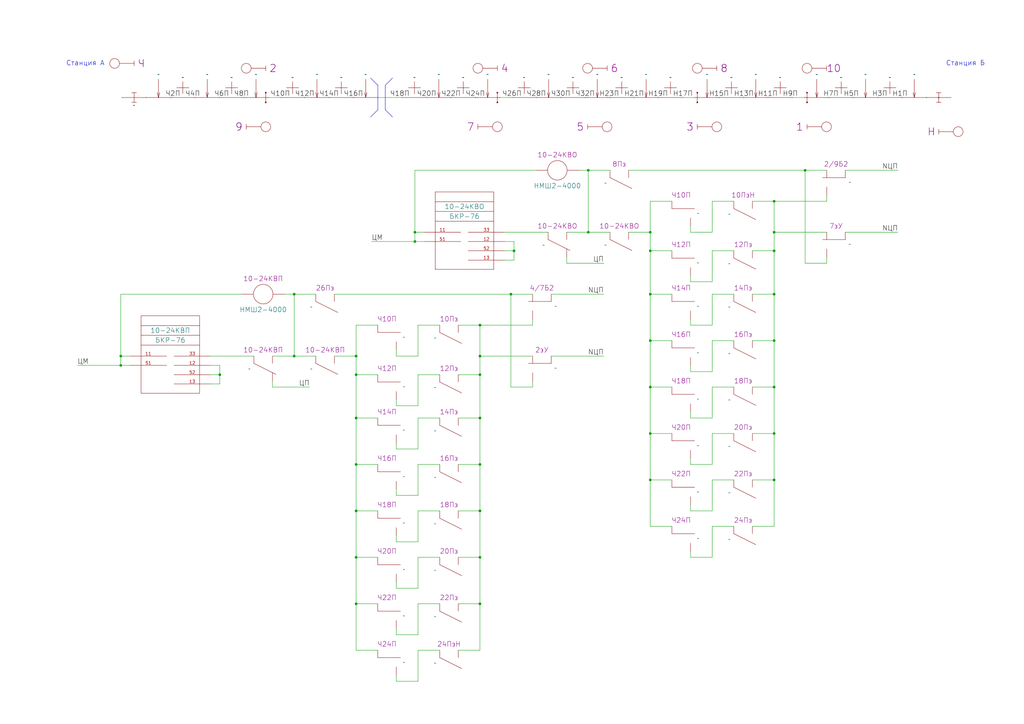
<source format=kicad_sch>
(kicad_sch (version 20231120) (generator "eeschema") (generator_version "8.0")
  (paper "A3")
  (title_block (title "Станция А") (company "МКТ РУТ (МИИТ)") (comment 1 "КП 27.02.03.03.000 ГЧ") (comment 2 "Сафранович") (comment 3 "Бузунова"))
  (lib_symbols
    (symbol "Blocks:КВ" (pin_names (offset 0) hide)
      (property "Reference" "КВ" (at 0 10.52 0))
      (property "Value" "БКР-76" (at 0 6.52 0))
      (symbol "КВ_0_1"
        (rectangle (start -12 16.52) (end 12 -15.24))
        (polyline (pts (xy 12 4.52) (xy -12 4.52)))
        (polyline (pts (xy 12 8.52) (xy -12 8.52)))
        (polyline (pts (xy 12 12.52) (xy -12 12.52)))
      )
      (symbol "КВ_1_1"
        (pin bidirectional line (at -16.51 0 0) (length 15) (name "") (number "11"))
        (pin bidirectional line (at 16.51 -3.81 180) (length 15) (name "") (number "12"))
        (pin bidirectional line (at 16.51 -11.43 180) (length 15) (name "") (number "13"))
        (pin bidirectional line (at 16.51 0 180) (length 15) (name "") (number "33"))
        (pin bidirectional line (at -16.51 -3.81 0) (length 15) (name "") (number "51"))
        (pin bidirectional line (at 16.51 -7.62 180) (length 15) (name "") (number "52"))
      )
    )
    (symbol "SCB:Генератор_Нитки"
      (symbol "Генератор_Нитки_0_1"
        (polyline (pts (xy 0 0) (xy -0.5 -2)))
        (polyline (pts (xy 0 0) (xy 0 -7.5)))
        (polyline (pts (xy 0 0) (xy 0.5 -2)))
        (polyline (pts (xy 5 0) (xy -5 0)))
      )
      (symbol "Генератор_Нитки_1_1"
        (pin unspecified line (at -5 0 0) (length 0) (name "") (number ""))
        (pin unspecified line (at 5 0 180) (length 0) (name "") (number ""))
      )
    )
    (symbol "SCB:Изостык" (pin_numbers hide) (pin_names (offset 0) hide)
      (symbol "Изостык_0_1"
        (polyline (pts (xy -1 -2) (xy 1 -2)))
        (polyline (pts (xy 0 -2) (xy 0 2)))
        (polyline (pts (xy 1 2) (xy -1 2)))
      )
      (symbol "Изостык_1_1"
        (pin unspecified line (at 0 0 90) (length 0) (name "привязка") (number ""))
      )
      (symbol "Изостык_2_1"
        (polyline (pts (xy -5 0) (xy 5 0)))
        (pin passive line (at 0 2 270) (length 0) (name "") (number ""))
        (pin unspecified line (at 5 0 180) (length 0) (name "") (number ""))
        (pin unspecified line (at -5 0 0) (length 0) (name "привязка") (number ""))
      )
    )
    (symbol "SCB:Приемник_Нитки"
      (symbol "Приемник_Нитки_0_1"
        (polyline (pts (xy -5 0) (xy 5 0)))
        (polyline (pts (xy 0 -1.5) (xy 0 -6.5)))
        (polyline (pts (xy 2.5 -4) (xy -2.5 -4)))
      )
      (symbol "Приемник_Нитки_1_1"
        (pin unspecified line (at -5 0 0) (length 0) (name "") (number ""))
        (pin unspecified line (at 5 0 180) (length 0) (name "") (number ""))
      )
    )
    (symbol "SCB:Светофор" (pin_numbers hide) (pin_names (offset 0) hide)
      (property "Литера" "?" (at 3 12 0))
      (symbol "Светофор_0_1"
        (circle (center -8 12) (radius 2))
        (polyline (pts (xy 0 11) (xy 0 13)))
        (polyline (pts (xy 0 12) (xy -6 12)))
      )
      (symbol "Светофор_1_1"
        (pin unspecified line (at 0 0 90) (length 0) (name "привязка") (number ""))
      )
    )
    (symbol "SCB:УКСПС" (pin_numbers hide) (pin_names (offset 0) hide)
      (property "Литера" "?УКСПС" (at 0 6 0))
      (symbol "УКСПС_0_1"
        (polyline (pts (xy 0 -2) (xy 0 2)))
      )
      (symbol "УКСПС_1_1"
        (circle (center 0 -2) (radius 0.25) (fill (type outline)))
        (circle (center 0 2) (radius 0.25) (fill (type outline)))
        (pin unspecified line (at 0 0 90) (length 0) (name "привязка") (number ""))
      )
      (symbol "УКСПС_2_1"
        (circle (center 0 -2) (radius 0.25) (fill (type outline)))
        (polyline (pts (xy -1.5 2.5) (xy -5.5 2.5)))
        (polyline (pts (xy -5.5 2.5) (xy -4 3) (xy -4 2) (xy -5.5 2.5)) (fill (type outline)))
        (circle (center 0 2) (radius 0.25) (fill (type outline)))
        (pin unspecified line (at 0 0 90) (length 0) (name "привязка") (number ""))
      )
    )
    (symbol "SCB_Relay:Контакт_нейтрального_якоря" (pin_numbers hide) (pin_names hide)
      (property "Обозначение реле" "Н" (at 0 2.54 0))
      (symbol "Контакт_нейтрального_якоря_0_1"
        (polyline (pts (xy -3.81 -3) (xy 5.19 -7.5)))
        (pin bidirectional line (at -3.81 0 270) (length 3) (name "") (number "1"))
      )
      (symbol "Контакт_нейтрального_якоря_1_1"
        (pin bidirectional line (at 3.81 0 270) (length 3) (name "") (number "2"))
        (pin bidirectional line (at 3.81 -10.16 90) (length 3.3) (name "") (number "3"))
      )
      (symbol "Контакт_нейтрального_якоря_2_1"
        (pin bidirectional line (at 3.81 -10.16 90) (length 3.3) (name "") (number "3"))
      )
      (symbol "Контакт_нейтрального_якоря_3_1"
        (pin bidirectional line (at 3.81 0 270) (length 3) (name "") (number "2"))
      )
      (symbol "Контакт_нейтрального_якоря_4_1"
        (polyline (pts (xy 3.81 -10.16) (xy 7.62 -10.16)))
        (polyline (pts (xy 3.81 -8.89) (xy 5.715 -10.16)))
        (polyline (pts (xy 3.81 -6.858) (xy 3.81 -10.16)))
        (polyline (pts (xy 3.81 -1.27) (xy 5.715 0)))
        (polyline (pts (xy 3.81 0) (xy 3.81 -3)))
        (polyline (pts (xy 3.81 0) (xy 7.62 0)))
        (pin bidirectional line (at -3.81 0 270) (length 3) (name "") (number "1"))
        (pin bidirectional line (at 8.89 0 180) (length 2) (name "") (number "2"))
        (pin bidirectional line (at 8.89 -10.16 180) (length 2) (name "") (number "3"))
      )
      (symbol "Контакт_нейтрального_якоря_5_1"
        (polyline (pts (xy 3.81 -1.27) (xy 5.715 0)))
        (polyline (pts (xy 3.81 0) (xy 3.81 -3)))
        (polyline (pts (xy 3.81 0) (xy 7.62 0)))
        (pin bidirectional line (at 8.89 0 180) (length 2) (name "") (number "2"))
      )
      (symbol "Контакт_нейтрального_якоря_6_1"
        (polyline (pts (xy 3.81 -8.89) (xy 5.715 -10.16)))
        (polyline (pts (xy 3.81 -6.858) (xy 3.81 -10.16) (xy 6.985 -10.16)))
        (pin bidirectional line (at 8.89 -10.16 180) (length 2) (name "") (number "3"))
      )
      (symbol "Контакт_нейтрального_якоря_7_1"
        (polyline (pts (xy 11.43 0) (xy 3.81 0) (xy 3.81 -3)))
        (polyline (pts (xy 3.81 0) (xy 5.5 1) (xy 8.5 -1) (xy 10 0)))
        (pin bidirectional line (at 12.7 0 180) (length 2) (name "") (number "2"))
        (pin bidirectional line (at 3.81 -10.16 90) (length 3.3) (name "") (number "3"))
      )
      (symbol "Контакт_нейтрального_якоря_8_1"
        (arc (start 5 -8.5) (mid 6.0355 -6) (end 5 -3.5))
        (pin bidirectional line (at 3.81 0 270) (length 3) (name "") (number "2"))
        (pin bidirectional line (at 3.81 -10.16 90) (length 3.3) (name "") (number "3"))
      )
    )
    (symbol "SCB_Relay:Контакт_нейтрального_якоря_НЗ" (pin_numbers hide) (pin_names hide)
      (property "Обозначение реле" "Н" (at 0 2.54 0))
      (symbol "Контакт_нейтрального_якоря_НЗ_0_1"
        (polyline (pts (xy -3.81 -3) (xy 5.5 -3)))
        (pin bidirectional line (at -3.81 0 270) (length 3) (name "") (number "1"))
      )
      (symbol "Контакт_нейтрального_якоря_НЗ_1_1"
        (pin bidirectional line (at 3.81 0 270) (length 3) (name "") (number "2"))
        (pin bidirectional line (at 3.81 -10.16 90) (length 3.3) (name "") (number "3"))
      )
      (symbol "Контакт_нейтрального_якоря_НЗ_2_1"
        (pin bidirectional line (at 3.81 -10.16 90) (length 3.3) (name "") (number "3"))
      )
      (symbol "Контакт_нейтрального_якоря_НЗ_3_1"
        (pin bidirectional line (at 3.81 0 270) (length 3) (name "") (number "2"))
      )
      (symbol "Контакт_нейтрального_якоря_НЗ_4_1"
        (polyline (pts (xy 3.81 -10.16) (xy 7.62 -10.16)))
        (polyline (pts (xy 3.81 -8.89) (xy 5.715 -10.16)))
        (polyline (pts (xy 3.81 -6.858) (xy 3.81 -10.16)))
        (polyline (pts (xy 3.81 -1.27) (xy 5.715 0)))
        (polyline (pts (xy 3.81 0) (xy 3.81 -3)))
        (polyline (pts (xy 3.81 0) (xy 7.62 0)))
        (pin bidirectional line (at -3.81 0 270) (length 3) (name "") (number "1"))
        (pin bidirectional line (at 8.89 0 180) (length 2) (name "") (number "2"))
        (pin bidirectional line (at 8.89 -10.16 180) (length 2) (name "") (number "3"))
      )
      (symbol "Контакт_нейтрального_якоря_НЗ_5_1"
        (polyline (pts (xy 3.81 -1.27) (xy 5.715 0)))
        (polyline (pts (xy 3.81 0) (xy 3.81 -3)))
        (polyline (pts (xy 3.81 0) (xy 7.62 0)))
        (pin bidirectional line (at 8.89 0 180) (length 2) (name "") (number "2"))
      )
      (symbol "Контакт_нейтрального_якоря_НЗ_6_1"
        (polyline (pts (xy 3.81 -8.89) (xy 5.715 -10.16)))
        (polyline (pts (xy 3.81 -6.858) (xy 3.81 -10.16) (xy 6.985 -10.16)))
        (pin bidirectional line (at 8.89 -10.16 180) (length 2) (name "") (number "3"))
      )
      (symbol "Контакт_нейтрального_якоря_НЗ_7_1"
        (polyline (pts (xy 11.43 0) (xy 3.81 0) (xy 3.81 -3)))
        (polyline (pts (xy 3.81 0) (xy 5.5 1) (xy 8.5 -1) (xy 10 0)))
        (pin bidirectional line (at 12.7 0 180) (length 2) (name "") (number "2"))
        (pin bidirectional line (at 3.81 -10.16 90) (length 3.3) (name "") (number "3"))
      )
      (symbol "Контакт_нейтрального_якоря_НЗ_8_1"
        (arc (start 5 -8.5) (mid 6.0355 -6) (end 5 -3.5))
        (pin bidirectional line (at 3.81 0 270) (length 3) (name "") (number "2"))
        (pin bidirectional line (at 3.81 -10.16 90) (length 3.3) (name "") (number "3"))
      )
    )
    (symbol "SCB_Relay:Нейтральное" (pin_numbers hide) (pin_names (offset 0.002) hide)
      (property "Value" "НМШ" (at 0 -6.35 0))
      (property "Обозначение реле" "Н" (at 0 6.35 0))
      (symbol "Нейтральное_0_1"
        (circle (center 0 0) (radius 4))
      )
      (symbol "Нейтральное_1_1"
        (pin power_in line (at -8.89 0 0) (length 4.8) (name "") (number "1"))
        (pin power_in line (at 8.89 0 180) (length 4.8) (name "") (number "4"))
      )
      (symbol "Нейтральное_2_1"
        (pin power_in line (at -8.89 0 0) (length 4.8) (name "") (number "1"))
        (pin power_in line (at -8.89 -1.905 0) (length 5.3) (name "") (number "2"))
        (pin power_in line (at 8.89 0 180) (length 4.8) (name "") (number "3"))
        (pin power_in line (at 8.89 -1.905 180) (length 5.3) (name "") (number "4"))
      )
    )
    (symbol "Контакт_нейтрального_якоря_НЗ_1" (pin_numbers hide) (pin_names hide)
      (property "Обозначение реле" "Н" (at 0 2.54 0))
      (symbol "Контакт_нейтрального_якоря_НЗ_1_0_1"
        (polyline (pts (xy -3.81 -3) (xy 5.5 -3)))
        (pin bidirectional line (at -3.81 0 270) (length 3) (name "") (number "1"))
      )
      (symbol "Контакт_нейтрального_якоря_НЗ_1_1_1"
        (pin bidirectional line (at 3.81 0 270) (length 3) (name "") (number "2"))
        (pin bidirectional line (at 3.81 -10.16 90) (length 3.3) (name "") (number "3"))
      )
      (symbol "Контакт_нейтрального_якоря_НЗ_1_2_1"
        (pin bidirectional line (at 3.81 -10.16 90) (length 3.3) (name "") (number "3"))
      )
      (symbol "Контакт_нейтрального_якоря_НЗ_1_3_1"
        (pin bidirectional line (at 3.81 0 270) (length 3) (name "") (number "2"))
      )
      (symbol "Контакт_нейтрального_якоря_НЗ_1_4_1"
        (polyline (pts (xy 3.81 -10.16) (xy 7.62 -10.16)))
        (polyline (pts (xy 3.81 -8.89) (xy 5.715 -10.16)))
        (polyline (pts (xy 3.81 -6.858) (xy 3.81 -10.16)))
        (polyline (pts (xy 3.81 -1.27) (xy 5.715 0)))
        (polyline (pts (xy 3.81 0) (xy 3.81 -3)))
        (polyline (pts (xy 3.81 0) (xy 7.62 0)))
        (pin bidirectional line (at -3.81 0 270) (length 3) (name "") (number "1"))
        (pin bidirectional line (at 8.89 0 180) (length 2) (name "") (number "2"))
        (pin bidirectional line (at 8.89 -10.16 180) (length 2) (name "") (number "3"))
      )
      (symbol "Контакт_нейтрального_якоря_НЗ_1_5_1"
        (polyline (pts (xy 3.81 -1.27) (xy 5.715 0)))
        (polyline (pts (xy 3.81 0) (xy 3.81 -3)))
        (polyline (pts (xy 3.81 0) (xy 7.62 0)))
        (pin bidirectional line (at 8.89 0 180) (length 2) (name "") (number "2"))
      )
      (symbol "Контакт_нейтрального_якоря_НЗ_1_6_1"
        (polyline (pts (xy 3.81 -8.89) (xy 5.715 -10.16)))
        (polyline (pts (xy 3.81 -6.858) (xy 3.81 -10.16) (xy 6.985 -10.16)))
        (pin bidirectional line (at 8.89 -10.16 180) (length 2) (name "") (number "3"))
      )
      (symbol "Контакт_нейтрального_якоря_НЗ_1_7_1"
        (polyline (pts (xy 11.43 0) (xy 3.81 0) (xy 3.81 -3)))
        (polyline (pts (xy 3.81 0) (xy 5.5 1) (xy 8.5 -1) (xy 10 0)))
        (pin bidirectional line (at 12.7 0 180) (length 2) (name "") (number "2"))
        (pin bidirectional line (at 3.81 -10.16 90) (length 3.3) (name "") (number "3"))
      )
      (symbol "Контакт_нейтрального_якоря_НЗ_1_8_1"
        (arc (start 5 -8.5) (mid 6.0355 -6) (end 5 -3.5))
        (pin bidirectional line (at 3.81 0 270) (length 3) (name "") (number "2"))
        (pin bidirectional line (at 3.81 -10.16 90) (length 3.3) (name "") (number "3"))
      )
    )
  )
  (junction (at 266.7 196.85))
  (junction (at 266.7 139.7))
  (junction (at 196.85 190.5))
  (junction (at 90.17 153.67))
  (junction (at 196.85 171.45))
  (junction (at 241.3 95.25))
  (junction (at 317.5 139.7))
  (junction (at 146.05 228.6))
  (junction (at 196.85 133.35))
  (junction (at 210.82 102.87))
  (junction (at 266.7 177.8))
  (junction (at 49.53 149.86))
  (junction (at 196.85 146.05))
  (junction (at 170.18 95.25))
  (junction (at 266.7 158.75))
  (junction (at 146.05 153.67))
  (junction (at 317.5 95.25))
  (junction (at 317.5 158.75))
  (junction (at 146.05 209.55))
  (junction (at 146.05 190.5))
  (junction (at 209.55 120.65))
  (junction (at 146.05 247.65))
  (junction (at 120.65 146.05))
  (junction (at 330.2 69.85))
  (junction (at 317.5 196.85))
  (junction (at 146.05 171.45))
  (junction (at 196.85 228.6))
  (junction (at 170.18 99.06))
  (junction (at 196.85 153.67))
  (junction (at 317.5 177.8))
  (junction (at 146.05 146.05))
  (junction (at 196.85 247.65))
  (junction (at 317.5 82.55))
  (junction (at 49.53 146.05))
  (junction (at 266.7 102.87))
  (junction (at 196.85 209.55))
  (junction (at 120.65 120.65))
  (junction (at 266.7 120.65))
  (junction (at 241.3 69.85))
  (junction (at 317.5 102.87))
  (junction (at 266.7 95.25))
  (junction (at 317.5 120.65))
  (wire (pts (xy 196.85 247.65) (xy 196.85 266.7)))
  (wire (pts (xy 162.56 219.71) (xy 162.56 222.25)))
  (wire (pts (xy 111.76 158.75) (xy 127 158.75)))
  (wire (pts (xy 162.56 203.2) (xy 171.45 203.2)))
  (wire (pts (xy 162.56 241.3) (xy 171.45 241.3)))
  (wire (pts (xy 283.21 226.06) (xy 283.21 228.6)))
  (wire (pts (xy 266.7 102.87) (xy 275.59 102.87)))
  (wire (pts (xy 232.41 105.41) (xy 232.41 107.95)))
  (wire (pts (xy 266.7 177.8) (xy 275.59 177.8)))
  (wire (pts (xy 283.21 130.81) (xy 283.21 133.35)))
  (wire (pts (xy 187.96 247.65) (xy 196.85 247.65)))
  (wire (pts (xy 266.7 120.65) (xy 275.59 120.65)))
  (wire (pts (xy 317.5 82.55) (xy 339.09 82.55)))
  (wire (pts (xy 292.1 133.35) (xy 292.1 120.65)))
  (polyline (pts (xy 152 48) (xy 155 45)))
  (wire (pts (xy 283.21 152.4) (xy 292.1 152.4)))
  (wire (pts (xy 317.5 82.55) (xy 317.5 95.25)))
  (wire (pts (xy 292.1 139.7) (xy 300.99 139.7)))
  (wire (pts (xy 308.61 102.87) (xy 317.5 102.87)))
  (wire (pts (xy 171.45 228.6) (xy 180.34 228.6)))
  (wire (pts (xy 171.45 190.5) (xy 180.34 190.5)))
  (wire (pts (xy 283.21 207.01) (xy 283.21 209.55)))
  (wire (pts (xy 162.56 257.81) (xy 162.56 260.35)))
  (wire (pts (xy 241.3 69.85) (xy 250.19 69.85)))
  (wire (pts (xy 292.1 102.87) (xy 300.99 102.87)))
  (wire (pts (xy 162.56 166.37) (xy 171.45 166.37)))
  (wire (pts (xy 171.45 222.25) (xy 171.45 209.55)))
  (wire (pts (xy 232.41 107.95) (xy 247.65 107.95)))
  (wire (pts (xy 292.1 190.5) (xy 292.1 177.8)))
  (wire (pts (xy 209.55 120.65) (xy 218.44 120.65)))
  (wire (pts (xy 171.45 166.37) (xy 171.45 153.67)))
  (wire (pts (xy 266.7 215.9) (xy 275.59 215.9)))
  (wire (pts (xy 171.45 279.4) (xy 171.45 266.7)))
  (wire (pts (xy 196.85 228.6) (xy 196.85 247.65)))
  (wire (pts (xy 90.17 149.86) (xy 90.17 153.67)))
  (wire (pts (xy 292.1 228.6) (xy 292.1 215.9)))
  (wire (pts (xy 266.7 82.55) (xy 275.59 82.55)))
  (wire (pts (xy 339.09 107.95) (xy 330.2 107.95)))
  (wire (pts (xy 317.5 120.65) (xy 317.5 139.7)))
  (wire (pts (xy 86.36 153.67) (xy 90.17 153.67)))
  (wire (pts (xy 207.01 95.25) (xy 224.79 95.25)))
  (wire (pts (xy 146.05 190.5) (xy 154.94 190.5)))
  (wire (pts (xy 266.7 139.7) (xy 275.59 139.7)))
  (wire (pts (xy 339.09 80.01) (xy 339.09 82.55)))
  (wire (pts (xy 171.45 146.05) (xy 171.45 133.35)))
  (wire (pts (xy 308.61 158.75) (xy 317.5 158.75)))
  (wire (pts (xy 146.05 228.6) (xy 154.94 228.6)))
  (wire (pts (xy 283.21 133.35) (xy 292.1 133.35)))
  (wire (pts (xy 49.53 146.05) (xy 49.53 120.65)))
  (wire (pts (xy 283.21 190.5) (xy 292.1 190.5)))
  (wire (pts (xy 187.96 209.55) (xy 196.85 209.55)))
  (wire (pts (xy 226.06 146.05) (xy 247.65 146.05)))
  (wire (pts (xy 137.16 120.65) (xy 209.55 120.65)))
  (wire (pts (xy 308.61 82.55) (xy 317.5 82.55)))
  (wire (pts (xy 53.34 149.86) (xy 49.53 149.86)))
  (wire (pts (xy 339.09 105.41) (xy 339.09 107.95)))
  (wire (pts (xy 241.3 69.85) (xy 237.49 69.85)))
  (wire (pts (xy 171.45 266.7) (xy 180.34 266.7)))
  (wire (pts (xy 171.45 203.2) (xy 171.45 190.5)))
  (wire (pts (xy 317.5 158.75) (xy 317.5 177.8)))
  (wire (pts (xy 146.05 133.35) (xy 154.94 133.35)))
  (wire (pts (xy 266.7 95.25) (xy 266.7 82.55)))
  (wire (pts (xy 317.5 95.25) (xy 317.5 102.87)))
  (wire (pts (xy 283.21 228.6) (xy 292.1 228.6)))
  (wire (pts (xy 218.44 130.81) (xy 218.44 133.35)))
  (wire (pts (xy 171.45 247.65) (xy 180.34 247.65)))
  (wire (pts (xy 283.21 171.45) (xy 292.1 171.45)))
  (wire (pts (xy 31.75 149.86) (xy 49.53 149.86)))
  (wire (pts (xy 111.76 146.05) (xy 120.65 146.05)))
  (wire (pts (xy 317.5 102.87) (xy 317.5 120.65)))
  (wire (pts (xy 162.56 260.35) (xy 171.45 260.35)))
  (wire (pts (xy 170.18 99.06) (xy 170.18 95.25)))
  (wire (pts (xy 257.81 69.85) (xy 330.2 69.85)))
  (wire (pts (xy 241.3 95.25) (xy 250.19 95.25)))
  (wire (pts (xy 207.01 106.68) (xy 210.82 106.68)))
  (polyline (pts (xy 158 45) (xy 161 48)))
  (wire (pts (xy 292.1 215.9) (xy 300.99 215.9)))
  (wire (pts (xy 292.1 152.4) (xy 292.1 139.7)))
  (wire (pts (xy 346.71 69.85) (xy 368.3 69.85)))
  (wire (pts (xy 346.71 95.25) (xy 368.3 95.25)))
  (wire (pts (xy 120.65 146.05) (xy 120.65 120.65)))
  (wire (pts (xy 49.53 149.86) (xy 49.53 146.05)))
  (wire (pts (xy 162.56 222.25) (xy 171.45 222.25)))
  (wire (pts (xy 162.56 181.61) (xy 162.56 184.15)))
  (wire (pts (xy 266.7 196.85) (xy 275.59 196.85)))
  (wire (pts (xy 86.36 149.86) (xy 90.17 149.86)))
  (wire (pts (xy 330.2 69.85) (xy 339.09 69.85)))
  (wire (pts (xy 187.96 153.67) (xy 196.85 153.67)))
  (wire (pts (xy 49.53 120.65) (xy 99.06 120.65)))
  (wire (pts (xy 209.55 158.75) (xy 209.55 120.65)))
  (wire (pts (xy 196.85 146.05) (xy 196.85 153.67)))
  (wire (pts (xy 218.44 158.75) (xy 209.55 158.75)))
  (wire (pts (xy 283.21 115.57) (xy 292.1 115.57)))
  (polyline (pts (xy 161 32) (xy 158 35)))
  (wire (pts (xy 292.1 95.25) (xy 292.1 82.55)))
  (wire (pts (xy 162.56 184.15) (xy 171.45 184.15)))
  (wire (pts (xy 110 40) (xy 115 40)))
  (wire (pts (xy 111.76 156.21) (xy 111.76 158.75)))
  (wire (pts (xy 241.3 95.25) (xy 241.3 69.85)))
  (wire (pts (xy 170.18 95.25) (xy 170.18 69.85)))
  (wire (pts (xy 86.36 157.48) (xy 90.17 157.48)))
  (wire (pts (xy 120.65 120.65) (xy 116.84 120.65)))
  (wire (pts (xy 171.45 171.45) (xy 180.34 171.45)))
  (wire (pts (xy 187.96 228.6) (xy 196.85 228.6)))
  (wire (pts (xy 86.36 146.05) (xy 104.14 146.05)))
  (wire (pts (xy 266.7 158.75) (xy 266.7 177.8)))
  (wire (pts (xy 257.81 95.25) (xy 266.7 95.25)))
  (wire (pts (xy 325 40) (xy 330 40)))
  (wire (pts (xy 146.05 247.65) (xy 146.05 266.7)))
  (wire (pts (xy 330.2 107.95) (xy 330.2 69.85)))
  (wire (pts (xy 146.05 153.67) (xy 154.94 153.67)))
  (wire (pts (xy 162.56 163.83) (xy 162.56 166.37)))
  (wire (pts (xy 292.1 115.57) (xy 292.1 102.87)))
  (wire (pts (xy 317.5 196.85) (xy 317.5 215.9)))
  (wire (pts (xy 283.21 149.86) (xy 283.21 152.4)))
  (wire (pts (xy 266.7 196.85) (xy 266.7 215.9)))
  (wire (pts (xy 266.7 139.7) (xy 266.7 158.75)))
  (wire (pts (xy 146.05 266.7) (xy 154.94 266.7)))
  (wire (pts (xy 292.1 158.75) (xy 300.99 158.75)))
  (polyline (pts (xy 152 32) (xy 155 35)))
  (wire (pts (xy 308.61 139.7) (xy 317.5 139.7)))
  (wire (pts (xy 266.7 120.65) (xy 266.7 139.7)))
  (wire (pts (xy 196.85 171.45) (xy 196.85 190.5)))
  (wire (pts (xy 170.18 95.25) (xy 173.99 95.25)))
  (wire (pts (xy 218.44 146.05) (xy 196.85 146.05)))
  (wire (pts (xy 146.05 247.65) (xy 154.94 247.65)))
  (wire (pts (xy 308.61 120.65) (xy 317.5 120.65)))
  (wire (pts (xy 196.85 133.35) (xy 218.44 133.35)))
  (wire (pts (xy 210.82 99.06) (xy 210.82 102.87)))
  (wire (pts (xy 162.56 276.86) (xy 162.56 279.4)))
  (wire (pts (xy 205 40) (xy 210 40)))
  (wire (pts (xy 187.96 171.45) (xy 196.85 171.45)))
  (wire (pts (xy 162.56 143.51) (xy 162.56 146.05)))
  (wire (pts (xy 283.21 168.91) (xy 283.21 171.45)))
  (wire (pts (xy 196.85 209.55) (xy 196.85 228.6)))
  (wire (pts (xy 155 40) (xy 165 40)))
  (wire (pts (xy 292.1 209.55) (xy 292.1 196.85)))
  (wire (pts (xy 137.16 146.05) (xy 146.05 146.05)))
  (wire (pts (xy 187.96 266.7) (xy 196.85 266.7)))
  (wire (pts (xy 120.65 146.05) (xy 129.54 146.05)))
  (wire (pts (xy 308.61 215.9) (xy 317.5 215.9)))
  (wire (pts (xy 171.45 133.35) (xy 180.34 133.35)))
  (wire (pts (xy 187.96 133.35) (xy 196.85 133.35)))
  (wire (pts (xy 171.45 153.67) (xy 180.34 153.67)))
  (wire (pts (xy 317.5 139.7) (xy 317.5 158.75)))
  (wire (pts (xy 146.05 153.67) (xy 146.05 171.45)))
  (wire (pts (xy 308.61 196.85) (xy 317.5 196.85)))
  (wire (pts (xy 196.85 190.5) (xy 196.85 209.55)))
  (wire (pts (xy 292.1 177.8) (xy 300.99 177.8)))
  (wire (pts (xy 283.21 92.71) (xy 283.21 95.25)))
  (wire (pts (xy 210.82 102.87) (xy 210.82 106.68)))
  (wire (pts (xy 266.7 102.87) (xy 266.7 120.65)))
  (polyline (pts (xy 155 35) (xy 155 45)))
  (wire (pts (xy 280 40) (xy 285 40)))
  (wire (pts (xy 218.44 156.21) (xy 218.44 158.75)))
  (wire (pts (xy 49.53 146.05) (xy 53.34 146.05)))
  (wire (pts (xy 226.06 120.65) (xy 247.65 120.65)))
  (wire (pts (xy 162.56 146.05) (xy 171.45 146.05)))
  (wire (pts (xy 187.96 190.5) (xy 196.85 190.5)))
  (wire (pts (xy 170.18 69.85) (xy 219.71 69.85)))
  (wire (pts (xy 171.45 241.3) (xy 171.45 228.6)))
  (wire (pts (xy 266.7 158.75) (xy 275.59 158.75)))
  (wire (pts (xy 90.17 153.67) (xy 90.17 157.48)))
  (wire (pts (xy 283.21 113.03) (xy 283.21 115.57)))
  (wire (pts (xy 207.01 99.06) (xy 210.82 99.06)))
  (wire (pts (xy 292.1 120.65) (xy 300.99 120.65)))
  (wire (pts (xy 146.05 171.45) (xy 146.05 190.5)))
  (wire (pts (xy 266.7 95.25) (xy 266.7 102.87)))
  (wire (pts (xy 146.05 190.5) (xy 146.05 209.55)))
  (wire (pts (xy 196.85 133.35) (xy 196.85 146.05)))
  (wire (pts (xy 120.65 120.65) (xy 129.54 120.65)))
  (wire (pts (xy 232.41 95.25) (xy 241.3 95.25)))
  (wire (pts (xy 146.05 228.6) (xy 146.05 247.65)))
  (wire (pts (xy 173.99 99.06) (xy 170.18 99.06)))
  (wire (pts (xy 146.05 209.55) (xy 154.94 209.55)))
  (wire (pts (xy 196.85 153.67) (xy 196.85 171.45)))
  (wire (pts (xy 266.7 177.8) (xy 266.7 196.85)))
  (wire (pts (xy 162.56 200.66) (xy 162.56 203.2)))
  (wire (pts (xy 308.61 177.8) (xy 317.5 177.8)))
  (wire (pts (xy 162.56 238.76) (xy 162.56 241.3)))
  (wire (pts (xy 171.45 184.15) (xy 171.45 171.45)))
  (wire (pts (xy 162.56 279.4) (xy 171.45 279.4)))
  (wire (pts (xy 152.4 99.06) (xy 170.18 99.06)))
  (wire (pts (xy 171.45 209.55) (xy 180.34 209.55)))
  (wire (pts (xy 146.05 209.55) (xy 146.05 228.6)))
  (wire (pts (xy 292.1 196.85) (xy 300.99 196.85)))
  (wire (pts (xy 171.45 260.35) (xy 171.45 247.65)))
  (wire (pts (xy 146.05 146.05) (xy 146.05 133.35)))
  (wire (pts (xy 146.05 146.05) (xy 146.05 153.67)))
  (wire (pts (xy 283.21 95.25) (xy 292.1 95.25)))
  (wire (pts (xy 207.01 102.87) (xy 210.82 102.87)))
  (wire (pts (xy 317.5 177.8) (xy 317.5 196.85)))
  (wire (pts (xy 339.09 95.25) (xy 317.5 95.25)))
  (wire (pts (xy 292.1 82.55) (xy 300.99 82.55)))
  (polyline (pts (xy 158 35) (xy 158 45)))
  (wire (pts (xy 283.21 209.55) (xy 292.1 209.55)))
  (wire (pts (xy 283.21 187.96) (xy 283.21 190.5)))
  (wire (pts (xy 146.05 171.45) (xy 154.94 171.45)))
  (wire (pts (xy 292.1 171.45) (xy 292.1 158.75)))
  (text "Станция Б" (at 396 26 0) (effects (font (size 2 2))))
  (text "Станция А" (at 35 26 0) (effects (font (size 2 2))))
  (label "Ч8П" (at 96 40 0) (effects (font (size 2 2))) (property "Netclass" "Рельсы" (effects (hide yes))))
  (label "ЦП" (at 247.65 107.95 180) (effects (font (size 2 2))) (property "Netclass" "Цепь" (effects (hide yes))))
  (label "Ч30П" (at 234 40 180) (effects (font (size 2 2))) (property "Netclass" "Рельсы" (effects (hide yes))))
  (label "Ч28П" (at 216 40 0) (effects (font (size 2 2))) (property "Netclass" "Рельсы" (effects (hide yes))))
  (label "Ч6П" (at 94 40 180) (effects (font (size 2 2))) (property "Netclass" "Рельсы" (effects (hide yes))))
  (label "Н1П" (at 366 40 0) (effects (font (size 2 2))) (property "Netclass" "Рельсы" (effects (hide yes))))
  (label "Ч12П" (at 121 40 0) (effects (font (size 2 2))) (property "Netclass" "Рельсы" (effects (hide yes))))
  (label "Ч18П" (at 168 40 180) (effects (font (size 2 2))) (property "Netclass" "Рельсы" (effects (hide yes))))
  (label "Н9П" (at 321 40 0) (effects (font (size 2 2))) (property "Netclass" "Рельсы" (effects (hide yes))))
  (label "Ч32П" (at 236 40 0) (effects (font (size 2 2))) (property "Netclass" "Рельсы" (effects (hide yes))))
  (label "Ч10П" (at 119 40 180) (effects (font (size 2 2))) (property "Netclass" "Рельсы" (effects (hide yes))))
  (label "Н5П" (at 346 40 0) (effects (font (size 2 2))) (property "Netclass" "Рельсы" (effects (hide yes))))
  (label "ЦМ" (at 152.4 99.06 0) (effects (font (size 2 2))) (property "Netclass" "Цепь" (effects (hide yes))))
  (label "Ч2П" (at 74 40 180) (effects (font (size 2 2))) (property "Netclass" "Рельсы" (effects (hide yes))))
  (label "Н17П" (at 276 40 0) (effects (font (size 2 2))) (property "Netclass" "Рельсы" (effects (hide yes))))
  (label "Н3П" (at 364 40 180) (effects (font (size 2 2))) (property "Netclass" "Рельсы" (effects (hide yes))))
  (label "NЦП" (at 247.65 120.65 180) (effects (font (size 2 2))) (property "Netclass" "Цепь" (effects (hide yes))))
  (label "Ч20П" (at 171 40 0) (effects (font (size 2 2))) (property "Netclass" "Рельсы" (effects (hide yes))))
  (label "Н23П" (at 254 40 180) (effects (font (size 2 2))) (property "Netclass" "Рельсы" (effects (hide yes))))
  (label "Ч26П" (at 214 40 180) (effects (font (size 2 2))) (property "Netclass" "Рельсы" (effects (hide yes))))
  (label "Ч14П" (at 139 40 180) (effects (font (size 2 2))) (property "Netclass" "Рельсы" (effects (hide yes))))
  (label "Н15П" (at 299 40 180) (effects (font (size 2 2))) (property "Netclass" "Рельсы" (effects (hide yes))))
  (label "NЦП" (at 368.3 69.85 180) (effects (font (size 2 2))) (property "Netclass" "Цепь" (effects (hide yes))))
  (label "Ч24П" (at 191 40 0) (effects (font (size 2 2))) (property "Netclass" "Рельсы" (effects (hide yes))))
  (label "NЦП" (at 368.3 95.25 180) (effects (font (size 2 2))) (property "Netclass" "Цепь" (effects (hide yes))))
  (label "Н13П" (at 301 40 0) (effects (font (size 2 2))) (property "Netclass" "Рельсы" (effects (hide yes))))
  (label "Ч4П" (at 76 40 0) (effects (font (size 2 2))) (property "Netclass" "Рельсы" (effects (hide yes))))
  (label "Н7П" (at 344 40 180) (effects (font (size 2 2))) (property "Netclass" "Рельсы" (effects (hide yes))))
  (label "NЦП" (at 247.65 146.05 180) (effects (font (size 2 2))) (property "Netclass" "Цепь" (effects (hide yes))))
  (label "ЦП" (at 127 158.75 180) (effects (font (size 2 2))) (property "Netclass" "Цепь" (effects (hide yes))))
  (label "Н21П" (at 256 40 0) (effects (font (size 2 2))) (property "Netclass" "Рельсы" (effects (hide yes))))
  (label "Ч22П" (at 189 40 180) (effects (font (size 2 2))) (property "Netclass" "Рельсы" (effects (hide yes))))
  (label "Ч16П" (at 141 40 0) (effects (font (size 2 2))) (property "Netclass" "Рельсы" (effects (hide yes))))
  (label "ЦМ" (at 31.75 149.86 0) (effects (font (size 2 2))) (property "Netclass" "Цепь" (effects (hide yes))))
  (label "Н19П" (at 274 40 180) (effects (font (size 2 2))) (property "Netclass" "Рельсы" (effects (hide yes))))
  (label "Н11П" (at 319 40 180) (effects (font (size 2 2))) (property "Netclass" "Рельсы" (effects (hide yes))))
  (symbol (lib_id "SCB:Изостык") (at 55 40 0) (unit 2)
    (property "Reference" "И1111" (effects (hide yes)))
    (property "Value" "~" (at 55 43.18 0))
  )
  (symbol (lib_id "SCB:Генератор_Нитки") (at 105 40 180) (unit 1)
    (property "Reference" "Генератор11111211" (effects (hide yes)))
    (property "Value" "~" (at 105 30.48 0))
  )
  (symbol (lib_name "Контакт_нейтрального_якоря_НЗ_1") (lib_id "SCB_Relay:Контакт_нейтрального_якоря_НЗ") (at 279.4 120.65 0) (unit 2)
    (property "Reference" "Н11111" (effects (hide yes)))
    (property "Value" "~" (at 285.75 125.58 0) (effects (justify left)))
    (property "Обозначение реле" "Ч14П" (at 279.4 118.11 0) (effects (font (size 2 2))))
  )
  (symbol (lib_id "SCB:УКСПС") (at 204 40 0) (unit 1)
    (property "Reference" "УКСПС1121" (effects (hide yes)))
    (property "Литера" "?УКСПС" (effects (hide yes)))
  )
  (symbol (lib_id "SCB_Relay:Контакт_нейтрального_якоря_НЗ") (at 222.25 146.05 0) (mirror y) (unit 1)
    (property "Reference" "Н111" (effects (hide yes)))
    (property "Value" "~" (at 227.33 150.98 0) (effects (justify right)))
    (property "Обозначение реле" "2зУ" (at 222.25 143.51 0) (effects (font (size 2 2))))
  )
  (symbol (lib_id "SCB:Светофор") (at 385 42 180) (unit 1)
    (property "Reference" "Светофор11311" (effects (hide yes)))
    (property "Литера" "Н" (at 382 54 0) (effects (font (size 3 3))))
  )
  (symbol (lib_name "Контакт_нейтрального_якоря_НЗ_1") (lib_id "SCB_Relay:Контакт_нейтрального_якоря_НЗ") (at 158.75 266.7 0) (unit 2)
    (property "Reference" "Н11111" (effects (hide yes)))
    (property "Value" "~" (at 165.1 271.63 0) (effects (justify left)))
    (property "Обозначение реле" "Ч24П" (at 158.75 264.16 0) (effects (font (size 2 2))))
  )
  (symbol (lib_id "SCB:Приемник_Нитки") (at 120 40 180) (unit 1)
    (property "Reference" "Приемник11111111" (effects (hide yes)))
    (property "Value" "~" (at 120 31.75 0))
  )
  (symbol (lib_id "SCB_Relay:Контакт_нейтрального_якоря") (at 184.15 171.45 0) (unit 3)
    (property "Reference" "Н11111" (effects (hide yes)))
    (property "Value" "~" (at 179.07 176.7 0) (effects (justify right)))
    (property "Обозначение реле" "14Пз" (at 184.15 168.91 0) (effects (font (size 2 2))))
  )
  (symbol (lib_id "Blocks:КВ") (at 190.5 95.25 0) (unit 1)
    (property "Reference" "10-24КВО" (at 190.5 84.73 0) (effects (font (size 2 2))))
    (property "Value" "БКР-76" (at 190.5 88.73 0) (effects (font (size 2 2))))
  )
  (symbol (lib_name "Контакт_нейтрального_якоря_НЗ_1") (lib_id "SCB_Relay:Контакт_нейтрального_якоря_НЗ") (at 279.4 196.85 0) (unit 2)
    (property "Reference" "Н111112" (effects (hide yes)))
    (property "Value" "~" (at 285.75 201.78 0) (effects (justify left)))
    (property "Обозначение реле" "Ч22П" (at 279.4 194.31 0) (effects (font (size 2 2))))
  )
  (symbol (lib_id "SCB_Relay:Контакт_нейтрального_якоря") (at 107.95 146.05 0) (unit 1)
    (property "Reference" "Н1411" (effects (hide yes)))
    (property "Value" "~" (at 102.87 151.3 0) (effects (justify right)))
    (property "Обозначение реле" "10-24КВП" (at 107.95 143.51 0) (effects (font (size 2 2))))
  )
  (symbol (lib_id "SCB:Приемник_Нитки") (at 95 40 180) (unit 1)
    (property "Reference" "Приемник111211" (effects (hide yes)))
    (property "Value" "~" (at 95 31.75 0))
  )
  (symbol (lib_id "SCB:Приемник_Нитки") (at 235 40 180) (unit 1)
    (property "Reference" "Приемник11111411" (effects (hide yes)))
    (property "Value" "~" (at 235 31.75 0))
  )
  (symbol (lib_name "Контакт_нейтрального_якоря_НЗ_1") (lib_id "SCB_Relay:Контакт_нейтрального_якоря_НЗ") (at 279.4 177.8 0) (unit 2)
    (property "Reference" "Н111112" (effects (hide yes)))
    (property "Value" "~" (at 285.75 182.73 0) (effects (justify left)))
    (property "Обозначение реле" "Ч20П" (at 279.4 175.26 0) (effects (font (size 2 2))))
  )
  (symbol (lib_id "SCB:Приемник_Нитки") (at 75 40 180) (unit 1)
    (property "Reference" "Приемник111111" (effects (hide yes)))
    (property "Value" "~" (at 75 31.75 0))
  )
  (symbol (lib_id "SCB:Приемник_Нитки") (at 300 40 180) (unit 1)
    (property "Reference" "Приемник11111711" (effects (hide yes)))
    (property "Value" "~" (at 300 31.75 0))
  )
  (symbol (lib_id "SCB:Генератор_Нитки") (at 85 40 180) (unit 1)
    (property "Reference" "Генератор11111111" (effects (hide yes)))
    (property "Value" "~" (at 85 30.48 0))
  )
  (symbol (lib_id "SCB:Генератор_Нитки") (at 290 40 180) (unit 1)
    (property "Reference" "Генератор111111611" (effects (hide yes)))
    (property "Value" "~" (at 290 30.48 0))
  )
  (symbol (lib_name "Контакт_нейтрального_якоря_НЗ_1") (lib_id "SCB_Relay:Контакт_нейтрального_якоря_НЗ") (at 158.75 190.5 0) (unit 2)
    (property "Reference" "Н1111" (effects (hide yes)))
    (property "Value" "~" (at 165.1 195.43 0) (effects (justify left)))
    (property "Обозначение реле" "Ч16П" (at 158.75 187.96 0) (effects (font (size 2 2))))
  )
  (symbol (lib_id "SCB_Relay:Контакт_нейтрального_якоря") (at 133.35 146.05 0) (unit 3)
    (property "Reference" "Н111" (effects (hide yes)))
    (property "Value" "~" (at 128.27 151.3 0) (effects (justify right)))
    (property "Обозначение реле" "10-24КВП" (at 133.35 143.51 0) (effects (font (size 2 2))))
  )
  (symbol (lib_id "SCB_Relay:Контакт_нейтрального_якоря") (at 254 69.85 0) (unit 3)
    (property "Reference" "Н1111" (effects (hide yes)))
    (property "Value" "~" (at 248.92 75.1 0) (effects (justify right)))
    (property "Обозначение реле" "8Пз" (at 254 67.31 0) (effects (font (size 2 2))))
  )
  (symbol (lib_id "SCB_Relay:Нейтральное") (at 228.6 69.85 0) (unit 1)
    (property "Reference" "2-8КВП1" (effects (hide yes)))
    (property "Value" "НМШ2-4000" (at 228.6 76.2 0) (effects (font (size 2 2))))
    (property "Обозначение реле" "10-24КВО" (at 228.6 63.5 0) (effects (font (size 2 2))))
  )
  (symbol (lib_id "SCB_Relay:Контакт_нейтрального_якоря_НЗ") (at 342.9 69.85 0) (mirror y) (unit 1)
    (property "Reference" "Н111" (effects (hide yes)))
    (property "Value" "~" (at 347.98 74.78 0) (effects (justify right)))
    (property "Обозначение реле" "2/9Б2" (at 342.9 67.31 0) (effects (font (size 2 2))))
  )
  (symbol (lib_id "SCB:Приемник_Нитки") (at 140 40 180) (unit 1)
    (property "Reference" "Приемник111111111" (effects (hide yes)))
    (property "Value" "~" (at 140 31.75 0))
  )
  (symbol (lib_id "SCB:Генератор_Нитки") (at 200 40 180) (unit 1)
    (property "Reference" "Генератор111111211" (effects (hide yes)))
    (property "Value" "~" (at 200 30.48 0))
  )
  (symbol (lib_id "SCB_Relay:Контакт_нейтрального_якоря") (at 304.8 120.65 0) (unit 3)
    (property "Reference" "Н111114" (effects (hide yes)))
    (property "Value" "~" (at 299.72 125.9 0) (effects (justify right)))
    (property "Обозначение реле" "14Пз" (at 304.8 118.11 0) (effects (font (size 2 2))))
  )
  (symbol (lib_id "SCB_Relay:Контакт_нейтрального_якоря") (at 304.8 158.75 0) (unit 3)
    (property "Reference" "Н1111111" (effects (hide yes)))
    (property "Value" "~" (at 299.72 164 0) (effects (justify right)))
    (property "Обозначение реле" "18Пз" (at 304.8 156.21 0) (effects (font (size 2 2))))
  )
  (symbol (lib_name "Контакт_нейтрального_якоря_НЗ_1") (lib_id "SCB_Relay:Контакт_нейтрального_якоря_НЗ") (at 279.4 102.87 0) (unit 2)
    (property "Reference" "Н11111" (effects (hide yes)))
    (property "Value" "~" (at 285.75 107.8 0) (effects (justify left)))
    (property "Обозначение реле" "Ч12П" (at 279.4 100.33 0) (effects (font (size 2 2))))
  )
  (symbol (lib_name "Контакт_нейтрального_якоря_НЗ_1") (lib_id "SCB_Relay:Контакт_нейтрального_якоря_НЗ") (at 279.4 215.9 0) (unit 2)
    (property "Reference" "Н111113" (effects (hide yes)))
    (property "Value" "~" (at 285.75 220.83 0) (effects (justify left)))
    (property "Обозначение реле" "Ч24П" (at 279.4 213.36 0) (effects (font (size 2 2))))
  )
  (symbol (lib_id "SCB:Приемник_Нитки") (at 170 40 180) (unit 1)
    (property "Reference" "Приемник11111211" (effects (hide yes)))
    (property "Value" "~" (at 170 31.75 0))
  )
  (symbol (lib_id "SCB:Светофор") (at 109 40 0) (unit 1)
    (property "Reference" "Светофор1311" (effects (hide yes)))
    (property "Литера" "2" (at 112 28 0) (effects (font (size 3 3))))
  )
  (symbol (lib_id "SCB_Relay:Нейтральное") (at 107.95 120.65 0) (unit 1)
    (property "Reference" "2-8КВП" (effects (hide yes)))
    (property "Value" "НМШ2-4000" (at 107.95 127 0) (effects (font (size 2 2))))
    (property "Обозначение реле" "10-24КВП" (at 107.95 114.3 0) (effects (font (size 2 2))))
  )
  (symbol (lib_id "SCB_Relay:Контакт_нейтрального_якоря") (at 228.6 95.25 0) (unit 1)
    (property "Reference" "Н14111" (effects (hide yes)))
    (property "Value" "~" (at 223.52 100.5 0) (effects (justify right)))
    (property "Обозначение реле" "10-24КВО" (at 228.6 92.71 0) (effects (font (size 2 2))))
  )
  (symbol (lib_id "SCB:УКСПС") (at 286 40 0) (unit 1)
    (property "Reference" "УКСПС1211" (effects (hide yes)))
    (property "Литера" "?УКСПС" (effects (hide yes)))
  )
  (symbol (lib_id "SCB:Генератор_Нитки") (at 245 40 180) (unit 1)
    (property "Reference" "Генератор111111411" (effects (hide yes)))
    (property "Value" "~" (at 245 30.48 0))
  )
  (symbol (lib_id "SCB:Генератор_Нитки") (at 130 40 180) (unit 1)
    (property "Reference" "Генератор1111111111" (effects (hide yes)))
    (property "Value" "~" (at 130 30.48 0))
  )
  (symbol (lib_id "Blocks:КВ") (at 69.85 146.05 0) (unit 1)
    (property "Reference" "10-24КВП" (at 69.85 135.53 0) (effects (font (size 2 2))))
    (property "Value" "БКР-76" (at 69.85 139.53 0) (effects (font (size 2 2))))
  )
  (symbol (lib_id "SCB:Светофор") (at 204 40 0) (unit 1)
    (property "Reference" "Светофор11211" (effects (hide yes)))
    (property "Литера" "4" (at 207 28 0) (effects (font (size 3 3))))
  )
  (symbol (lib_id "SCB:Изостык") (at 385 40 180) (unit 2)
    (property "Reference" "И11111" (effects (hide yes)))
    (property "Value" "~" (at 385 40 0))
  )
  (symbol (lib_id "SCB_Relay:Контакт_нейтрального_якоря") (at 304.8 215.9 0) (unit 3)
    (property "Reference" "Н1111113" (effects (hide yes)))
    (property "Value" "~" (at 299.72 221.15 0) (effects (justify right)))
    (property "Обозначение реле" "24Пз" (at 304.8 213.36 0) (effects (font (size 2 2))))
  )
  (symbol (lib_id "SCB:Светофор") (at 249 40 0) (unit 1)
    (property "Reference" "Светофор111211" (effects (hide yes)))
    (property "Литера" "6" (at 252 28 0) (effects (font (size 3 3))))
  )
  (symbol (lib_id "SCB:Генератор_Нитки") (at 180 40 180) (unit 1)
    (property "Reference" "Генератор1111111211" (effects (hide yes)))
    (property "Value" "~" (at 180 30.48 0))
  )
  (symbol (lib_id "SCB_Relay:Контакт_нейтрального_якоря") (at 184.15 133.35 0) (unit 3)
    (property "Reference" "Н1111" (effects (hide yes)))
    (property "Value" "~" (at 179.07 138.6 0) (effects (justify right)))
    (property "Обозначение реле" "10Пз" (at 184.15 130.81 0) (effects (font (size 2 2))))
  )
  (symbol (lib_name "Контакт_нейтрального_якоря_НЗ_1") (lib_id "SCB_Relay:Контакт_нейтрального_якоря_НЗ") (at 279.4 158.75 0) (unit 2)
    (property "Reference" "Н111111" (effects (hide yes)))
    (property "Value" "~" (at 285.75 163.68 0) (effects (justify left)))
    (property "Обозначение реле" "Ч18П" (at 279.4 156.21 0) (effects (font (size 2 2))))
  )
  (symbol (lib_id "SCB_Relay:Контакт_нейтрального_якоря_НЗ") (at 222.25 120.65 0) (mirror y) (unit 1)
    (property "Reference" "Н11" (effects (hide yes)))
    (property "Value" "~" (at 227.33 125.58 0) (effects (justify right)))
    (property "Обозначение реле" "4/7Б2" (at 222.25 118.11 0) (effects (font (size 2 2))))
  )
  (symbol (lib_id "SCB_Relay:Контакт_нейтрального_якоря") (at 133.35 120.65 0) (unit 3)
    (property "Reference" "Н111" (effects (hide yes)))
    (property "Value" "~" (at 128.27 125.9 0) (effects (justify right)))
    (property "Обозначение реле" "26Пз" (at 133.35 118.11 0) (effects (font (size 2 2))))
  )
  (symbol (lib_id "SCB:Светофор") (at 339 40 0) (unit 1)
    (property "Reference" "Светофор13111" (effects (hide yes)))
    (property "Литера" "10" (at 342 28 0) (effects (font (size 3 3))))
  )
  (symbol (lib_id "SCB:Генератор_Нитки") (at 225 40 180) (unit 1)
    (property "Reference" "Генератор111111311" (effects (hide yes)))
    (property "Value" "~" (at 225 30.48 0))
  )
  (symbol (lib_id "SCB_Relay:Контакт_нейтрального_якоря") (at 184.15 247.65 0) (unit 3)
    (property "Reference" "Н111111" (effects (hide yes)))
    (property "Value" "~" (at 179.07 252.9 0) (effects (justify right)))
    (property "Обозначение реле" "22Пз" (at 184.15 245.11 0) (effects (font (size 2 2))))
  )
  (symbol (lib_id "SCB:Генератор_Нитки") (at 265 40 180) (unit 1)
    (property "Reference" "Генератор111111511" (effects (hide yes)))
    (property "Value" "~" (at 265 30.48 0))
  )
  (symbol (lib_id "SCB:Светофор") (at 294 40 0) (unit 1)
    (property "Reference" "Светофор112111" (effects (hide yes)))
    (property "Литера" "8" (at 297 28 0) (effects (font (size 3 3))))
  )
  (symbol (lib_id "SCB_Relay:Контакт_нейтрального_якоря") (at 184.15 209.55 0) (unit 3)
    (property "Reference" "Н111111" (effects (hide yes)))
    (property "Value" "~" (at 179.07 214.8 0) (effects (justify right)))
    (property "Обозначение реле" "18Пз" (at 184.15 207.01 0) (effects (font (size 2 2))))
  )
  (symbol (lib_id "SCB_Relay:Контакт_нейтрального_якоря") (at 304.8 196.85 0) (unit 3)
    (property "Reference" "Н1111113" (effects (hide yes)))
    (property "Value" "~" (at 299.72 202.1 0) (effects (justify right)))
    (property "Обозначение реле" "22Пз" (at 304.8 194.31 0) (effects (font (size 2 2))))
  )
  (symbol (lib_id "SCB_Relay:Контакт_нейтрального_якоря") (at 304.8 102.87 0) (unit 3)
    (property "Reference" "Н111114" (effects (hide yes)))
    (property "Value" "~" (at 299.72 108.12 0) (effects (justify right)))
    (property "Обозначение реле" "12Пз" (at 304.8 100.33 0) (effects (font (size 2 2))))
  )
  (symbol (lib_id "SCB:Приемник_Нитки") (at 215 40 180) (unit 1)
    (property "Reference" "Приемник11111311" (effects (hide yes)))
    (property "Value" "~" (at 215 31.75 0))
  )
  (symbol (lib_id "SCB_Relay:Контакт_нейтрального_якоря") (at 304.8 139.7 0) (unit 3)
    (property "Reference" "Н111115" (effects (hide yes)))
    (property "Value" "~" (at 299.72 144.95 0) (effects (justify right)))
    (property "Обозначение реле" "16Пз" (at 304.8 137.16 0) (effects (font (size 2 2))))
  )
  (symbol (lib_id "SCB:Светофор") (at 196 40 180) (unit 1)
    (property "Reference" "Светофор11111" (effects (hide yes)))
    (property "Литера" "7" (at 193 52 0) (effects (font (size 3 3))))
  )
  (symbol (lib_id "SCB_Relay:Контакт_нейтрального_якоря") (at 304.8 177.8 0) (unit 3)
    (property "Reference" "Н1111112" (effects (hide yes)))
    (property "Value" "~" (at 299.72 183.05 0) (effects (justify right)))
    (property "Обозначение реле" "20Пз" (at 304.8 175.26 0) (effects (font (size 2 2))))
  )
  (symbol (lib_id "SCB:Светофор") (at 55 38 0) (unit 1)
    (property "Reference" "Светофор1111" (effects (hide yes)))
    (property "Литера" "Ч" (at 58 26 0) (effects (font (size 3 3))))
  )
  (symbol (lib_id "SCB_Relay:Контакт_нейтрального_якоря") (at 254 95.25 0) (unit 3)
    (property "Reference" "Н1112" (effects (hide yes)))
    (property "Value" "~" (at 248.92 100.5 0) (effects (justify right)))
    (property "Обозначение реле" "10-24КВО" (at 254 92.71 0) (effects (font (size 2 2))))
  )
  (symbol (lib_id "SCB:Светофор") (at 101 40 180) (unit 1)
    (property "Reference" "Светофор1211" (effects (hide yes)))
    (property "Литера" "9" (at 98 52 0) (effects (font (size 3 3))))
  )
  (symbol (lib_name "Контакт_нейтрального_якоря_НЗ_1") (lib_id "SCB_Relay:Контакт_нейтрального_якоря_НЗ") (at 158.75 153.67 0) (unit 2)
    (property "Reference" "Н1111" (effects (hide yes)))
    (property "Value" "~" (at 165.1 158.6 0) (effects (justify left)))
    (property "Обозначение реле" "Ч12П" (at 158.75 151.13 0) (effects (font (size 2 2))))
  )
  (symbol (lib_id "SCB:Светофор") (at 286 40 180) (unit 1)
    (property "Reference" "Светофор111311" (effects (hide yes)))
    (property "Литера" "3" (at 283 52 0) (effects (font (size 3 3))))
  )
  (symbol (lib_id "SCB:Приемник_Нитки") (at 365 40 180) (unit 1)
    (property "Reference" "Приемник111111011" (effects (hide yes)))
    (property "Value" "~" (at 365 31.75 0))
  )
  (symbol (lib_name "Контакт_нейтрального_якоря_НЗ_1") (lib_id "SCB_Relay:Контакт_нейтрального_якоря_НЗ") (at 158.75 228.6 0) (unit 2)
    (property "Reference" "Н11111" (effects (hide yes)))
    (property "Value" "~" (at 165.1 233.53 0) (effects (justify left)))
    (property "Обозначение реле" "Ч20П" (at 158.75 226.06 0) (effects (font (size 2 2))))
  )
  (symbol (lib_name "Контакт_нейтрального_якоря_НЗ_1") (lib_id "SCB_Relay:Контакт_нейтрального_якоря_НЗ") (at 158.75 171.45 0) (unit 2)
    (property "Reference" "Н1111" (effects (hide yes)))
    (property "Value" "~" (at 165.1 176.38 0) (effects (justify left)))
    (property "Обозначение реле" "Ч14П" (at 158.75 168.91 0) (effects (font (size 2 2))))
  )
  (symbol (lib_id "SCB_Relay:Контакт_нейтрального_якоря") (at 184.15 153.67 0) (unit 3)
    (property "Reference" "Н11111" (effects (hide yes)))
    (property "Value" "~" (at 179.07 158.92 0) (effects (justify right)))
    (property "Обозначение реле" "12Пз" (at 184.15 151.13 0) (effects (font (size 2 2))))
  )
  (symbol (lib_id "SCB:Светофор") (at 241 40 180) (unit 1)
    (property "Reference" "Светофор111111" (effects (hide yes)))
    (property "Литера" "5" (at 238 52 0) (effects (font (size 3 3))))
  )
  (symbol (lib_id "SCB_Relay:Контакт_нейтрального_якоря") (at 184.15 228.6 0) (unit 3)
    (property "Reference" "Н111111" (effects (hide yes)))
    (property "Value" "~" (at 179.07 233.85 0) (effects (justify right)))
    (property "Обозначение реле" "20Пз" (at 184.15 226.06 0) (effects (font (size 2 2))))
  )
  (symbol (lib_id "SCB:УКСПС") (at 331 40 0) (unit 1)
    (property "Reference" "УКСПС1311" (effects (hide yes)))
    (property "Литера" "?УКСПС" (effects (hide yes)))
  )
  (symbol (lib_name "Контакт_нейтрального_якоря_НЗ_1") (lib_id "SCB_Relay:Контакт_нейтрального_якоря_НЗ") (at 158.75 133.35 0) (unit 2)
    (property "Reference" "Н111" (effects (hide yes)))
    (property "Value" "~" (at 165.1 138.28 0) (effects (justify left)))
    (property "Обозначение реле" "Ч10П" (at 158.75 130.81 0) (effects (font (size 2 2))))
  )
  (symbol (lib_id "SCB:Генератор_Нитки") (at 310 40 180) (unit 1)
    (property "Reference" "Генератор111111711" (effects (hide yes)))
    (property "Value" "~" (at 310 30.48 0))
  )
  (symbol (lib_id "SCB:Приемник_Нитки") (at 345 40 180) (unit 1)
    (property "Reference" "Приемник11111911" (effects (hide yes)))
    (property "Value" "~" (at 345 31.75 0))
  )
  (symbol (lib_id "SCB:Приемник_Нитки") (at 320 40 180) (unit 1)
    (property "Reference" "Приемник11111811" (effects (hide yes)))
    (property "Value" "~" (at 320 31.75 0))
  )
  (symbol (lib_id "SCB:Приемник_Нитки") (at 190 40 180) (unit 1)
    (property "Reference" "Приемник111111211" (effects (hide yes)))
    (property "Value" "~" (at 190 31.75 0))
  )
  (symbol (lib_id "SCB:Приемник_Нитки") (at 275 40 180) (unit 1)
    (property "Reference" "Приемник11111611" (effects (hide yes)))
    (property "Value" "~" (at 275 31.75 0))
  )
  (symbol (lib_id "SCB:Приемник_Нитки") (at 255 40 180) (unit 1)
    (property "Reference" "Приемник11111511" (effects (hide yes)))
    (property "Value" "~" (at 255 31.75 0))
  )
  (symbol (lib_name "Контакт_нейтрального_якоря_НЗ_1") (lib_id "SCB_Relay:Контакт_нейтрального_якоря_НЗ") (at 279.4 82.55 0) (unit 2)
    (property "Reference" "Н1113" (effects (hide yes)))
    (property "Value" "~" (at 285.75 87.48 0) (effects (justify left)))
    (property "Обозначение реле" "Ч10П" (at 279.4 80.01 0) (effects (font (size 2 2))))
  )
  (symbol (lib_id "SCB:Генератор_Нитки") (at 375 40 180) (unit 1)
    (property "Reference" "Генератор1111111011" (effects (hide yes)))
    (property "Value" "~" (at 375 30.48 0))
  )
  (symbol (lib_id "SCB:Генератор_Нитки") (at 65 40 180) (unit 1)
    (property "Reference" "Генератор111111" (effects (hide yes)))
    (property "Value" "~" (at 65 30.48 0))
  )
  (symbol (lib_id "SCB:Генератор_Нитки") (at 150 40 180) (unit 1)
    (property "Reference" "Генератор111111111" (effects (hide yes)))
    (property "Value" "~" (at 150 30.48 0))
  )
  (symbol (lib_name "Контакт_нейтрального_якоря_НЗ_1") (lib_id "SCB_Relay:Контакт_нейтрального_якоря_НЗ") (at 158.75 209.55 0) (unit 2)
    (property "Reference" "Н11111" (effects (hide yes)))
    (property "Value" "~" (at 165.1 214.48 0) (effects (justify left)))
    (property "Обозначение реле" "Ч18П" (at 158.75 207.01 0) (effects (font (size 2 2))))
  )
  (symbol (lib_id "SCB_Relay:Контакт_нейтрального_якоря") (at 184.15 266.7 0) (unit 3)
    (property "Reference" "Н111111" (effects (hide yes)))
    (property "Value" "~" (at 179.07 271.95 0) (effects (justify right)))
    (property "Обозначение реле" "24ПзН" (at 184.15 264.16 0) (effects (font (size 2 2))))
  )
  (symbol (lib_id "SCB:Светофор") (at 331 40 180) (unit 1)
    (property "Reference" "Светофор12111" (effects (hide yes)))
    (property "Литера" "1" (at 328 52 0) (effects (font (size 3 3))))
  )
  (symbol (lib_name "Контакт_нейтрального_якоря_НЗ_1") (lib_id "SCB_Relay:Контакт_нейтрального_якоря_НЗ") (at 158.75 247.65 0) (unit 2)
    (property "Reference" "Н11111" (effects (hide yes)))
    (property "Value" "~" (at 165.1 252.58 0) (effects (justify left)))
    (property "Обозначение реле" "Ч22П" (at 158.75 245.11 0) (effects (font (size 2 2))))
  )
  (symbol (lib_id "SCB_Relay:Контакт_нейтрального_якоря") (at 184.15 190.5 0) (unit 3)
    (property "Reference" "Н11111" (effects (hide yes)))
    (property "Value" "~" (at 179.07 195.75 0) (effects (justify right)))
    (property "Обозначение реле" "16Пз" (at 184.15 187.96 0) (effects (font (size 2 2))))
  )
  (symbol (lib_id "SCB_Relay:Контакт_нейтрального_якоря_НЗ") (at 342.9 95.25 0) (mirror y) (unit 1)
    (property "Reference" "Н1113" (effects (hide yes)))
    (property "Value" "~" (at 347.98 100.18 0) (effects (justify right)))
    (property "Обозначение реле" "7зУ" (at 342.9 92.71 0) (effects (font (size 2 2))))
  )
  (symbol (lib_id "SCB_Relay:Контакт_нейтрального_якоря") (at 304.8 82.55 0) (unit 3)
    (property "Reference" "Н11113" (effects (hide yes)))
    (property "Value" "~" (at 299.72 87.8 0) (effects (justify right)))
    (property "Обозначение реле" "10ПзН" (at 304.8 80.01 0) (effects (font (size 2 2))))
  )
  (symbol (lib_id "SCB:УКСПС") (at 109 40 0) (unit 1)
    (property "Reference" "УКСПС1111" (effects (hide yes)))
    (property "Литера" "?УКСПС" (effects (hide yes)))
  )
  (symbol (lib_name "Контакт_нейтрального_якоря_НЗ_1") (lib_id "SCB_Relay:Контакт_нейтрального_якоря_НЗ") (at 279.4 139.7 0) (unit 2)
    (property "Reference" "Н11112" (effects (hide yes)))
    (property "Value" "~" (at 285.75 144.63 0) (effects (justify left)))
    (property "Обозначение реле" "Ч16П" (at 279.4 137.16 0) (effects (font (size 2 2))))
  )
  (symbol (lib_id "SCB:Генератор_Нитки") (at 335 40 180) (unit 1)
    (property "Reference" "Генератор111111811" (effects (hide yes)))
    (property "Value" "~" (at 335 30.48 0))
  )
  (symbol (lib_id "SCB:Генератор_Нитки") (at 355 40 180) (unit 1)
    (property "Reference" "Генератор111111911" (effects (hide yes)))
    (property "Value" "~" (at 355 30.48 0))
  )
)
</source>
